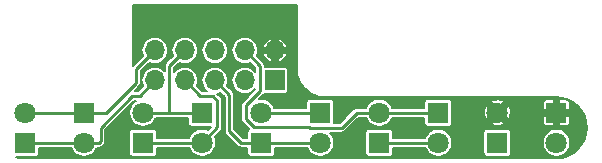
<source format=gtl>
G04 #@! TF.GenerationSoftware,KiCad,Pcbnew,(5.1.4)-1*
G04 #@! TF.CreationDate,2020-09-26T21:24:12-04:00*
G04 #@! TF.ProjectId,SOC Indicator Sub,534f4320-496e-4646-9963-61746f722053,rev?*
G04 #@! TF.SameCoordinates,Original*
G04 #@! TF.FileFunction,Copper,L1,Top*
G04 #@! TF.FilePolarity,Positive*
%FSLAX46Y46*%
G04 Gerber Fmt 4.6, Leading zero omitted, Abs format (unit mm)*
G04 Created by KiCad (PCBNEW (5.1.4)-1) date 2020-09-26 21:24:12*
%MOMM*%
%LPD*%
G04 APERTURE LIST*
%ADD10C,1.800000*%
%ADD11R,1.800000X1.800000*%
%ADD12O,1.700000X1.700000*%
%ADD13R,1.700000X1.700000*%
%ADD14C,0.254000*%
%ADD15C,0.152400*%
G04 APERTURE END LIST*
D10*
X100000000Y-98730000D03*
D11*
X100000000Y-101270000D03*
D10*
X105000000Y-101270000D03*
D11*
X105000000Y-98730000D03*
D10*
X110000000Y-98730000D03*
D11*
X110000000Y-101270000D03*
D10*
X115000000Y-101270000D03*
D11*
X115000000Y-98730000D03*
D10*
X120000000Y-98730000D03*
D11*
X120000000Y-101270000D03*
D10*
X125000000Y-101270000D03*
D11*
X125000000Y-98730000D03*
D10*
X130000000Y-98730000D03*
D11*
X130000000Y-101270000D03*
D10*
X135000000Y-101270000D03*
D11*
X135000000Y-98730000D03*
D10*
X140000000Y-98730000D03*
D11*
X140000000Y-101270000D03*
D10*
X145000000Y-101270000D03*
D11*
X145000000Y-98730000D03*
D12*
X111000000Y-93460000D03*
X111000000Y-96000000D03*
X113540000Y-93460000D03*
X113540000Y-96000000D03*
X116080000Y-93460000D03*
X116080000Y-96000000D03*
X118620000Y-93460000D03*
X118620000Y-96000000D03*
X121160000Y-93460000D03*
D13*
X121160000Y-96000000D03*
D14*
X131154000Y-101270000D02*
X135000000Y-101270000D01*
X130000000Y-101270000D02*
X131154000Y-101270000D01*
X130000000Y-98730000D02*
X135000000Y-98730000D01*
X130000000Y-98730000D02*
X128070000Y-98730000D01*
X128070000Y-98730000D02*
X126800000Y-100000000D01*
X126800000Y-100000000D02*
X124100000Y-100000000D01*
X124060201Y-99960201D02*
X119360201Y-99960201D01*
X124100000Y-100000000D02*
X124060201Y-99960201D01*
X119360201Y-99960201D02*
X118700000Y-99300000D01*
X118700000Y-99300000D02*
X118700000Y-98100000D01*
X118700000Y-98100000D02*
X119900000Y-96900000D01*
X119900000Y-94740000D02*
X118620000Y-93460000D01*
X119900000Y-96900000D02*
X119900000Y-94740000D01*
X121154000Y-101270000D02*
X125000000Y-101270000D01*
X120000000Y-101270000D02*
X121154000Y-101270000D01*
X117300000Y-97220000D02*
X116080000Y-96000000D01*
X117300000Y-100300000D02*
X117300000Y-97220000D01*
X120000000Y-101270000D02*
X118270000Y-101270000D01*
X118270000Y-101270000D02*
X117300000Y-100300000D01*
X120000000Y-98730000D02*
X125000000Y-98730000D01*
X111154000Y-101270000D02*
X115000000Y-101270000D01*
X110000000Y-101270000D02*
X111154000Y-101270000D01*
X115000000Y-101270000D02*
X116300000Y-99970000D01*
X116300000Y-99970000D02*
X116300000Y-97700000D01*
X116300000Y-97700000D02*
X115900000Y-97300000D01*
X114840000Y-97300000D02*
X113540000Y-96000000D01*
X115900000Y-97300000D02*
X114840000Y-97300000D01*
X112230000Y-94770000D02*
X113540000Y-93460000D01*
X112230000Y-98730000D02*
X112230000Y-94770000D01*
X112230000Y-98730000D02*
X115000000Y-98730000D01*
X110000000Y-98730000D02*
X112230000Y-98730000D01*
X100000000Y-101270000D02*
X105000000Y-101270000D01*
X106272792Y-101270000D02*
X106400000Y-101142792D01*
X105000000Y-101270000D02*
X106272792Y-101270000D01*
X106400000Y-101142792D02*
X106400000Y-100000000D01*
X106400000Y-100000000D02*
X109100000Y-97300000D01*
X109700000Y-97300000D02*
X111000000Y-96000000D01*
X109100000Y-97300000D02*
X109700000Y-97300000D01*
X100000000Y-98730000D02*
X105000000Y-98730000D01*
X105000000Y-98730000D02*
X106870000Y-98730000D01*
X106870000Y-98730000D02*
X109400000Y-96200000D01*
X109400000Y-95060000D02*
X111000000Y-93460000D01*
X109400000Y-96200000D02*
X109400000Y-95060000D01*
D15*
G36*
X122945321Y-89572614D02*
G01*
X122960062Y-89577065D01*
X122973653Y-89584291D01*
X122985587Y-89594024D01*
X122995400Y-89605886D01*
X123002724Y-89619431D01*
X123007277Y-89634138D01*
X123010899Y-89668601D01*
X123010898Y-95020580D01*
X123012759Y-95039474D01*
X123012672Y-95051948D01*
X123013243Y-95057772D01*
X123054044Y-95445965D01*
X123061672Y-95483127D01*
X123068799Y-95520486D01*
X123070491Y-95526088D01*
X123185915Y-95898963D01*
X123200619Y-95933941D01*
X123214864Y-95969199D01*
X123217611Y-95974366D01*
X123403262Y-96317721D01*
X123424499Y-96349206D01*
X123445303Y-96380997D01*
X123449001Y-96385532D01*
X123697808Y-96686287D01*
X123724752Y-96713044D01*
X123751337Y-96740191D01*
X123755846Y-96743921D01*
X124058331Y-96990622D01*
X124089936Y-97011620D01*
X124121311Y-97033103D01*
X124126459Y-97035886D01*
X124471101Y-97219136D01*
X124506193Y-97233600D01*
X124541134Y-97248575D01*
X124546724Y-97250306D01*
X124920396Y-97363124D01*
X124957680Y-97370506D01*
X124994812Y-97378399D01*
X125000632Y-97379011D01*
X125389101Y-97417101D01*
X125389112Y-97417101D01*
X125409418Y-97419101D01*
X144979508Y-97419101D01*
X145500909Y-97470224D01*
X145982735Y-97615697D01*
X145984983Y-97616893D01*
X145944813Y-97604708D01*
X145900000Y-97600294D01*
X145298450Y-97601400D01*
X145241300Y-97658550D01*
X145241300Y-98488700D01*
X146071450Y-98488700D01*
X146128600Y-98431550D01*
X146129706Y-97830000D01*
X146125292Y-97785187D01*
X146112221Y-97742095D01*
X146090994Y-97702382D01*
X146062427Y-97667573D01*
X146029542Y-97640585D01*
X146427137Y-97851990D01*
X146817169Y-98170091D01*
X147137994Y-98557902D01*
X147377381Y-99000638D01*
X147526216Y-99481442D01*
X147578826Y-99981995D01*
X147533209Y-100483235D01*
X147391103Y-100966068D01*
X147157920Y-101412107D01*
X146842545Y-101804355D01*
X146456987Y-102127876D01*
X146015931Y-102370350D01*
X145536181Y-102522535D01*
X145017001Y-102580771D01*
X144998511Y-102580900D01*
X100020509Y-102580900D01*
X99499092Y-102529775D01*
X99237352Y-102450751D01*
X100900000Y-102450751D01*
X100954772Y-102445356D01*
X101007439Y-102429380D01*
X101055977Y-102403436D01*
X101098521Y-102368521D01*
X101133436Y-102325977D01*
X101159380Y-102277439D01*
X101175356Y-102224772D01*
X101180751Y-102170000D01*
X101180751Y-101676400D01*
X103891762Y-101676400D01*
X103954829Y-101828656D01*
X104083900Y-102021824D01*
X104248176Y-102186100D01*
X104441344Y-102315171D01*
X104655982Y-102404077D01*
X104883839Y-102449400D01*
X105116161Y-102449400D01*
X105344018Y-102404077D01*
X105558656Y-102315171D01*
X105751824Y-102186100D01*
X105916100Y-102021824D01*
X106045171Y-101828656D01*
X106108238Y-101676400D01*
X106252839Y-101676400D01*
X106272792Y-101678365D01*
X106292745Y-101676400D01*
X106292752Y-101676400D01*
X106352460Y-101670519D01*
X106429067Y-101647281D01*
X106499668Y-101609544D01*
X106561550Y-101558758D01*
X106574275Y-101543253D01*
X106673251Y-101444277D01*
X106688758Y-101431550D01*
X106739544Y-101369668D01*
X106777281Y-101299067D01*
X106800519Y-101222460D01*
X106806400Y-101162752D01*
X106806400Y-101162746D01*
X106808365Y-101142793D01*
X106806400Y-101122840D01*
X106806400Y-100168336D01*
X109268337Y-97706400D01*
X109409061Y-97706400D01*
X109248176Y-97813900D01*
X109083900Y-97978176D01*
X108954829Y-98171344D01*
X108865923Y-98385982D01*
X108820600Y-98613839D01*
X108820600Y-98846161D01*
X108865923Y-99074018D01*
X108954829Y-99288656D01*
X109083900Y-99481824D01*
X109248176Y-99646100D01*
X109441344Y-99775171D01*
X109655982Y-99864077D01*
X109883839Y-99909400D01*
X110116161Y-99909400D01*
X110344018Y-99864077D01*
X110558656Y-99775171D01*
X110751824Y-99646100D01*
X110916100Y-99481824D01*
X111045171Y-99288656D01*
X111108238Y-99136400D01*
X112210040Y-99136400D01*
X112230000Y-99138366D01*
X112249960Y-99136400D01*
X113819249Y-99136400D01*
X113819249Y-99630000D01*
X113824644Y-99684772D01*
X113840620Y-99737439D01*
X113866564Y-99785977D01*
X113901479Y-99828521D01*
X113944023Y-99863436D01*
X113992561Y-99889380D01*
X114045228Y-99905356D01*
X114100000Y-99910751D01*
X115784512Y-99910751D01*
X115496274Y-100198989D01*
X115344018Y-100135923D01*
X115116161Y-100090600D01*
X114883839Y-100090600D01*
X114655982Y-100135923D01*
X114441344Y-100224829D01*
X114248176Y-100353900D01*
X114083900Y-100518176D01*
X113954829Y-100711344D01*
X113891762Y-100863600D01*
X111180751Y-100863600D01*
X111180751Y-100370000D01*
X111175356Y-100315228D01*
X111159380Y-100262561D01*
X111133436Y-100214023D01*
X111098521Y-100171479D01*
X111055977Y-100136564D01*
X111007439Y-100110620D01*
X110954772Y-100094644D01*
X110900000Y-100089249D01*
X109100000Y-100089249D01*
X109045228Y-100094644D01*
X108992561Y-100110620D01*
X108944023Y-100136564D01*
X108901479Y-100171479D01*
X108866564Y-100214023D01*
X108840620Y-100262561D01*
X108824644Y-100315228D01*
X108819249Y-100370000D01*
X108819249Y-102170000D01*
X108824644Y-102224772D01*
X108840620Y-102277439D01*
X108866564Y-102325977D01*
X108901479Y-102368521D01*
X108944023Y-102403436D01*
X108992561Y-102429380D01*
X109045228Y-102445356D01*
X109100000Y-102450751D01*
X110900000Y-102450751D01*
X110954772Y-102445356D01*
X111007439Y-102429380D01*
X111055977Y-102403436D01*
X111098521Y-102368521D01*
X111133436Y-102325977D01*
X111159380Y-102277439D01*
X111175356Y-102224772D01*
X111180751Y-102170000D01*
X111180751Y-101676400D01*
X113891762Y-101676400D01*
X113954829Y-101828656D01*
X114083900Y-102021824D01*
X114248176Y-102186100D01*
X114441344Y-102315171D01*
X114655982Y-102404077D01*
X114883839Y-102449400D01*
X115116161Y-102449400D01*
X115344018Y-102404077D01*
X115558656Y-102315171D01*
X115751824Y-102186100D01*
X115916100Y-102021824D01*
X116045171Y-101828656D01*
X116134077Y-101614018D01*
X116179400Y-101386161D01*
X116179400Y-101153839D01*
X116134077Y-100925982D01*
X116071011Y-100773726D01*
X116573261Y-100271476D01*
X116588758Y-100258758D01*
X116601477Y-100243260D01*
X116601482Y-100243255D01*
X116620337Y-100220279D01*
X116639544Y-100196876D01*
X116677281Y-100126275D01*
X116682030Y-100110620D01*
X116700519Y-100049669D01*
X116703159Y-100022862D01*
X116706400Y-99989960D01*
X116706400Y-99989953D01*
X116708365Y-99970000D01*
X116706400Y-99950047D01*
X116706400Y-97719952D01*
X116708365Y-97699999D01*
X116706400Y-97680046D01*
X116706400Y-97680040D01*
X116700749Y-97622671D01*
X116700519Y-97620331D01*
X116688273Y-97579962D01*
X116677281Y-97543725D01*
X116639544Y-97473124D01*
X116588758Y-97411242D01*
X116573254Y-97398518D01*
X116289014Y-97114278D01*
X116301401Y-97113058D01*
X116514294Y-97048478D01*
X116540001Y-97034737D01*
X116893601Y-97388338D01*
X116893600Y-100280047D01*
X116891635Y-100300000D01*
X116893600Y-100319953D01*
X116893600Y-100319959D01*
X116899481Y-100379667D01*
X116922719Y-100456274D01*
X116960456Y-100526875D01*
X117011242Y-100588758D01*
X117026746Y-100601482D01*
X117968518Y-101543254D01*
X117981242Y-101558758D01*
X118043124Y-101609544D01*
X118113725Y-101647281D01*
X118172502Y-101665110D01*
X118190331Y-101670519D01*
X118198335Y-101671307D01*
X118250040Y-101676400D01*
X118250046Y-101676400D01*
X118269999Y-101678365D01*
X118289952Y-101676400D01*
X118819249Y-101676400D01*
X118819249Y-102170000D01*
X118824644Y-102224772D01*
X118840620Y-102277439D01*
X118866564Y-102325977D01*
X118901479Y-102368521D01*
X118944023Y-102403436D01*
X118992561Y-102429380D01*
X119045228Y-102445356D01*
X119100000Y-102450751D01*
X120900000Y-102450751D01*
X120954772Y-102445356D01*
X121007439Y-102429380D01*
X121055977Y-102403436D01*
X121098521Y-102368521D01*
X121133436Y-102325977D01*
X121159380Y-102277439D01*
X121175356Y-102224772D01*
X121180751Y-102170000D01*
X121180751Y-101676400D01*
X123891762Y-101676400D01*
X123954829Y-101828656D01*
X124083900Y-102021824D01*
X124248176Y-102186100D01*
X124441344Y-102315171D01*
X124655982Y-102404077D01*
X124883839Y-102449400D01*
X125116161Y-102449400D01*
X125344018Y-102404077D01*
X125558656Y-102315171D01*
X125751824Y-102186100D01*
X125916100Y-102021824D01*
X126045171Y-101828656D01*
X126134077Y-101614018D01*
X126179400Y-101386161D01*
X126179400Y-101153839D01*
X126134077Y-100925982D01*
X126045171Y-100711344D01*
X125916100Y-100518176D01*
X125804324Y-100406400D01*
X126780047Y-100406400D01*
X126800000Y-100408365D01*
X126819953Y-100406400D01*
X126819960Y-100406400D01*
X126879668Y-100400519D01*
X126956275Y-100377281D01*
X126969896Y-100370000D01*
X128819249Y-100370000D01*
X128819249Y-102170000D01*
X128824644Y-102224772D01*
X128840620Y-102277439D01*
X128866564Y-102325977D01*
X128901479Y-102368521D01*
X128944023Y-102403436D01*
X128992561Y-102429380D01*
X129045228Y-102445356D01*
X129100000Y-102450751D01*
X130900000Y-102450751D01*
X130954772Y-102445356D01*
X131007439Y-102429380D01*
X131055977Y-102403436D01*
X131098521Y-102368521D01*
X131133436Y-102325977D01*
X131159380Y-102277439D01*
X131175356Y-102224772D01*
X131180751Y-102170000D01*
X131180751Y-101676400D01*
X133891762Y-101676400D01*
X133954829Y-101828656D01*
X134083900Y-102021824D01*
X134248176Y-102186100D01*
X134441344Y-102315171D01*
X134655982Y-102404077D01*
X134883839Y-102449400D01*
X135116161Y-102449400D01*
X135344018Y-102404077D01*
X135558656Y-102315171D01*
X135751824Y-102186100D01*
X135916100Y-102021824D01*
X136045171Y-101828656D01*
X136134077Y-101614018D01*
X136179400Y-101386161D01*
X136179400Y-101153839D01*
X136134077Y-100925982D01*
X136045171Y-100711344D01*
X135916100Y-100518176D01*
X135767924Y-100370000D01*
X138819249Y-100370000D01*
X138819249Y-102170000D01*
X138824644Y-102224772D01*
X138840620Y-102277439D01*
X138866564Y-102325977D01*
X138901479Y-102368521D01*
X138944023Y-102403436D01*
X138992561Y-102429380D01*
X139045228Y-102445356D01*
X139100000Y-102450751D01*
X140900000Y-102450751D01*
X140954772Y-102445356D01*
X141007439Y-102429380D01*
X141055977Y-102403436D01*
X141098521Y-102368521D01*
X141133436Y-102325977D01*
X141159380Y-102277439D01*
X141175356Y-102224772D01*
X141180751Y-102170000D01*
X141180751Y-101153839D01*
X143820600Y-101153839D01*
X143820600Y-101386161D01*
X143865923Y-101614018D01*
X143954829Y-101828656D01*
X144083900Y-102021824D01*
X144248176Y-102186100D01*
X144441344Y-102315171D01*
X144655982Y-102404077D01*
X144883839Y-102449400D01*
X145116161Y-102449400D01*
X145344018Y-102404077D01*
X145558656Y-102315171D01*
X145751824Y-102186100D01*
X145916100Y-102021824D01*
X146045171Y-101828656D01*
X146134077Y-101614018D01*
X146179400Y-101386161D01*
X146179400Y-101153839D01*
X146134077Y-100925982D01*
X146045171Y-100711344D01*
X145916100Y-100518176D01*
X145751824Y-100353900D01*
X145558656Y-100224829D01*
X145344018Y-100135923D01*
X145116161Y-100090600D01*
X144883839Y-100090600D01*
X144655982Y-100135923D01*
X144441344Y-100224829D01*
X144248176Y-100353900D01*
X144083900Y-100518176D01*
X143954829Y-100711344D01*
X143865923Y-100925982D01*
X143820600Y-101153839D01*
X141180751Y-101153839D01*
X141180751Y-100370000D01*
X141175356Y-100315228D01*
X141159380Y-100262561D01*
X141133436Y-100214023D01*
X141098521Y-100171479D01*
X141055977Y-100136564D01*
X141007439Y-100110620D01*
X140954772Y-100094644D01*
X140900000Y-100089249D01*
X139100000Y-100089249D01*
X139045228Y-100094644D01*
X138992561Y-100110620D01*
X138944023Y-100136564D01*
X138901479Y-100171479D01*
X138866564Y-100214023D01*
X138840620Y-100262561D01*
X138824644Y-100315228D01*
X138819249Y-100370000D01*
X135767924Y-100370000D01*
X135751824Y-100353900D01*
X135558656Y-100224829D01*
X135344018Y-100135923D01*
X135116161Y-100090600D01*
X134883839Y-100090600D01*
X134655982Y-100135923D01*
X134441344Y-100224829D01*
X134248176Y-100353900D01*
X134083900Y-100518176D01*
X133954829Y-100711344D01*
X133891762Y-100863600D01*
X131180751Y-100863600D01*
X131180751Y-100370000D01*
X131175356Y-100315228D01*
X131159380Y-100262561D01*
X131133436Y-100214023D01*
X131098521Y-100171479D01*
X131055977Y-100136564D01*
X131007439Y-100110620D01*
X130954772Y-100094644D01*
X130900000Y-100089249D01*
X129100000Y-100089249D01*
X129045228Y-100094644D01*
X128992561Y-100110620D01*
X128944023Y-100136564D01*
X128901479Y-100171479D01*
X128866564Y-100214023D01*
X128840620Y-100262561D01*
X128824644Y-100315228D01*
X128819249Y-100370000D01*
X126969896Y-100370000D01*
X127026876Y-100339544D01*
X127088758Y-100288758D01*
X127101482Y-100273254D01*
X128238336Y-99136400D01*
X128891762Y-99136400D01*
X128954829Y-99288656D01*
X129083900Y-99481824D01*
X129248176Y-99646100D01*
X129441344Y-99775171D01*
X129655982Y-99864077D01*
X129883839Y-99909400D01*
X130116161Y-99909400D01*
X130344018Y-99864077D01*
X130558656Y-99775171D01*
X130751824Y-99646100D01*
X130916100Y-99481824D01*
X131045171Y-99288656D01*
X131108238Y-99136400D01*
X133819249Y-99136400D01*
X133819249Y-99630000D01*
X133824644Y-99684772D01*
X133840620Y-99737439D01*
X133866564Y-99785977D01*
X133901479Y-99828521D01*
X133944023Y-99863436D01*
X133992561Y-99889380D01*
X134045228Y-99905356D01*
X134100000Y-99910751D01*
X135900000Y-99910751D01*
X135954772Y-99905356D01*
X136007439Y-99889380D01*
X136055977Y-99863436D01*
X136098521Y-99828521D01*
X136133436Y-99785977D01*
X136159380Y-99737439D01*
X136175356Y-99684772D01*
X136179494Y-99642754D01*
X139428496Y-99642754D01*
X139543896Y-99768298D01*
X139755222Y-99837329D01*
X139975953Y-99863805D01*
X140197609Y-99846711D01*
X140411672Y-99786702D01*
X140456104Y-99768298D01*
X140571504Y-99642754D01*
X140558750Y-99630000D01*
X143870294Y-99630000D01*
X143874708Y-99674813D01*
X143887779Y-99717905D01*
X143909006Y-99757618D01*
X143937573Y-99792427D01*
X143972382Y-99820994D01*
X144012095Y-99842221D01*
X144055187Y-99855292D01*
X144100000Y-99859706D01*
X144701550Y-99858600D01*
X144758700Y-99801450D01*
X144758700Y-98971300D01*
X145241300Y-98971300D01*
X145241300Y-99801450D01*
X145298450Y-99858600D01*
X145900000Y-99859706D01*
X145944813Y-99855292D01*
X145987905Y-99842221D01*
X146027618Y-99820994D01*
X146062427Y-99792427D01*
X146090994Y-99757618D01*
X146112221Y-99717905D01*
X146125292Y-99674813D01*
X146129706Y-99630000D01*
X146128600Y-99028450D01*
X146071450Y-98971300D01*
X145241300Y-98971300D01*
X144758700Y-98971300D01*
X143928550Y-98971300D01*
X143871400Y-99028450D01*
X143870294Y-99630000D01*
X140558750Y-99630000D01*
X140000000Y-99071250D01*
X139428496Y-99642754D01*
X136179494Y-99642754D01*
X136180751Y-99630000D01*
X136180751Y-98705953D01*
X138866195Y-98705953D01*
X138883289Y-98927609D01*
X138943298Y-99141672D01*
X138961702Y-99186104D01*
X139087246Y-99301504D01*
X139658750Y-98730000D01*
X140341250Y-98730000D01*
X140912754Y-99301504D01*
X141038298Y-99186104D01*
X141107329Y-98974778D01*
X141133805Y-98754047D01*
X141116711Y-98532391D01*
X141056702Y-98318328D01*
X141038298Y-98273896D01*
X140912754Y-98158496D01*
X140341250Y-98730000D01*
X139658750Y-98730000D01*
X139087246Y-98158496D01*
X138961702Y-98273896D01*
X138892671Y-98485222D01*
X138866195Y-98705953D01*
X136180751Y-98705953D01*
X136180751Y-97830000D01*
X136179495Y-97817246D01*
X139428496Y-97817246D01*
X140000000Y-98388750D01*
X140558750Y-97830000D01*
X143870294Y-97830000D01*
X143871400Y-98431550D01*
X143928550Y-98488700D01*
X144758700Y-98488700D01*
X144758700Y-97658550D01*
X144701550Y-97601400D01*
X144100000Y-97600294D01*
X144055187Y-97604708D01*
X144012095Y-97617779D01*
X143972382Y-97639006D01*
X143937573Y-97667573D01*
X143909006Y-97702382D01*
X143887779Y-97742095D01*
X143874708Y-97785187D01*
X143870294Y-97830000D01*
X140558750Y-97830000D01*
X140571504Y-97817246D01*
X140456104Y-97691702D01*
X140244778Y-97622671D01*
X140024047Y-97596195D01*
X139802391Y-97613289D01*
X139588328Y-97673298D01*
X139543896Y-97691702D01*
X139428496Y-97817246D01*
X136179495Y-97817246D01*
X136175356Y-97775228D01*
X136159380Y-97722561D01*
X136133436Y-97674023D01*
X136098521Y-97631479D01*
X136055977Y-97596564D01*
X136007439Y-97570620D01*
X135954772Y-97554644D01*
X135900000Y-97549249D01*
X134100000Y-97549249D01*
X134045228Y-97554644D01*
X133992561Y-97570620D01*
X133944023Y-97596564D01*
X133901479Y-97631479D01*
X133866564Y-97674023D01*
X133840620Y-97722561D01*
X133824644Y-97775228D01*
X133819249Y-97830000D01*
X133819249Y-98323600D01*
X131108238Y-98323600D01*
X131045171Y-98171344D01*
X130916100Y-97978176D01*
X130751824Y-97813900D01*
X130558656Y-97684829D01*
X130344018Y-97595923D01*
X130116161Y-97550600D01*
X129883839Y-97550600D01*
X129655982Y-97595923D01*
X129441344Y-97684829D01*
X129248176Y-97813900D01*
X129083900Y-97978176D01*
X128954829Y-98171344D01*
X128891762Y-98323600D01*
X128089952Y-98323600D01*
X128069999Y-98321635D01*
X128050046Y-98323600D01*
X128050040Y-98323600D01*
X127998335Y-98328693D01*
X127990331Y-98329481D01*
X127972502Y-98334890D01*
X127913725Y-98352719D01*
X127843124Y-98390456D01*
X127781242Y-98441242D01*
X127768518Y-98456746D01*
X126631664Y-99593600D01*
X126180751Y-99593600D01*
X126180751Y-97830000D01*
X126175356Y-97775228D01*
X126159380Y-97722561D01*
X126133436Y-97674023D01*
X126098521Y-97631479D01*
X126055977Y-97596564D01*
X126007439Y-97570620D01*
X125954772Y-97554644D01*
X125900000Y-97549249D01*
X124100000Y-97549249D01*
X124045228Y-97554644D01*
X123992561Y-97570620D01*
X123944023Y-97596564D01*
X123901479Y-97631479D01*
X123866564Y-97674023D01*
X123840620Y-97722561D01*
X123824644Y-97775228D01*
X123819249Y-97830000D01*
X123819249Y-98323600D01*
X121108238Y-98323600D01*
X121045171Y-98171344D01*
X120916100Y-97978176D01*
X120751824Y-97813900D01*
X120558656Y-97684829D01*
X120344018Y-97595923D01*
X120116161Y-97550600D01*
X119883839Y-97550600D01*
X119809312Y-97565424D01*
X120173255Y-97201481D01*
X120188758Y-97188758D01*
X120239544Y-97126876D01*
X120242431Y-97121474D01*
X120255228Y-97125356D01*
X120310000Y-97130751D01*
X122010000Y-97130751D01*
X122064772Y-97125356D01*
X122117439Y-97109380D01*
X122165977Y-97083436D01*
X122208521Y-97048521D01*
X122243436Y-97005977D01*
X122269380Y-96957439D01*
X122285356Y-96904772D01*
X122290751Y-96850000D01*
X122290751Y-95150000D01*
X122285356Y-95095228D01*
X122269380Y-95042561D01*
X122243436Y-94994023D01*
X122208521Y-94951479D01*
X122165977Y-94916564D01*
X122117439Y-94890620D01*
X122064772Y-94874644D01*
X122010000Y-94869249D01*
X120310000Y-94869249D01*
X120306400Y-94869604D01*
X120306400Y-94759952D01*
X120308365Y-94739999D01*
X120306400Y-94720046D01*
X120306400Y-94720040D01*
X120300519Y-94660332D01*
X120277281Y-94583725D01*
X120239544Y-94513124D01*
X120188758Y-94451242D01*
X120173254Y-94438518D01*
X119654737Y-93920001D01*
X119668478Y-93894294D01*
X119678036Y-93862785D01*
X120159416Y-93862785D01*
X120257221Y-94050250D01*
X120389720Y-94215032D01*
X120551820Y-94350798D01*
X120737292Y-94452332D01*
X120757217Y-94460572D01*
X120918700Y-94452539D01*
X120918700Y-93701300D01*
X121401300Y-93701300D01*
X121401300Y-94452539D01*
X121562783Y-94460572D01*
X121582708Y-94452332D01*
X121768180Y-94350798D01*
X121930280Y-94215032D01*
X122062779Y-94050250D01*
X122160584Y-93862785D01*
X122154125Y-93701300D01*
X121401300Y-93701300D01*
X120918700Y-93701300D01*
X120165875Y-93701300D01*
X120159416Y-93862785D01*
X119678036Y-93862785D01*
X119733058Y-93681401D01*
X119754864Y-93460000D01*
X119733058Y-93238599D01*
X119678037Y-93057215D01*
X120159416Y-93057215D01*
X120165875Y-93218700D01*
X120918700Y-93218700D01*
X120918700Y-92467461D01*
X121401300Y-92467461D01*
X121401300Y-93218700D01*
X122154125Y-93218700D01*
X122160584Y-93057215D01*
X122062779Y-92869750D01*
X121930280Y-92704968D01*
X121768180Y-92569202D01*
X121582708Y-92467668D01*
X121562783Y-92459428D01*
X121401300Y-92467461D01*
X120918700Y-92467461D01*
X120757217Y-92459428D01*
X120737292Y-92467668D01*
X120551820Y-92569202D01*
X120389720Y-92704968D01*
X120257221Y-92869750D01*
X120159416Y-93057215D01*
X119678037Y-93057215D01*
X119668478Y-93025706D01*
X119563605Y-92829503D01*
X119422470Y-92657530D01*
X119250497Y-92516395D01*
X119054294Y-92411522D01*
X118841401Y-92346942D01*
X118675477Y-92330600D01*
X118564523Y-92330600D01*
X118398599Y-92346942D01*
X118185706Y-92411522D01*
X117989503Y-92516395D01*
X117817530Y-92657530D01*
X117676395Y-92829503D01*
X117571522Y-93025706D01*
X117506942Y-93238599D01*
X117485136Y-93460000D01*
X117506942Y-93681401D01*
X117571522Y-93894294D01*
X117676395Y-94090497D01*
X117817530Y-94262470D01*
X117989503Y-94403605D01*
X118185706Y-94508478D01*
X118398599Y-94573058D01*
X118564523Y-94589400D01*
X118675477Y-94589400D01*
X118841401Y-94573058D01*
X119054294Y-94508478D01*
X119080001Y-94494737D01*
X119493601Y-94908337D01*
X119493601Y-95284203D01*
X119422470Y-95197530D01*
X119250497Y-95056395D01*
X119054294Y-94951522D01*
X118841401Y-94886942D01*
X118675477Y-94870600D01*
X118564523Y-94870600D01*
X118398599Y-94886942D01*
X118185706Y-94951522D01*
X117989503Y-95056395D01*
X117817530Y-95197530D01*
X117676395Y-95369503D01*
X117571522Y-95565706D01*
X117506942Y-95778599D01*
X117485136Y-96000000D01*
X117506942Y-96221401D01*
X117571522Y-96434294D01*
X117676395Y-96630497D01*
X117817530Y-96802470D01*
X117989503Y-96943605D01*
X118185706Y-97048478D01*
X118398599Y-97113058D01*
X118564523Y-97129400D01*
X118675477Y-97129400D01*
X118841401Y-97113058D01*
X119054294Y-97048478D01*
X119250497Y-96943605D01*
X119422470Y-96802470D01*
X119493600Y-96715798D01*
X119493600Y-96731664D01*
X118426741Y-97798523D01*
X118411243Y-97811242D01*
X118398524Y-97826740D01*
X118398518Y-97826746D01*
X118382955Y-97845710D01*
X118360457Y-97873124D01*
X118343248Y-97905320D01*
X118322719Y-97943726D01*
X118299481Y-98020332D01*
X118291635Y-98100000D01*
X118293601Y-98119962D01*
X118293600Y-99280047D01*
X118291635Y-99300000D01*
X118293600Y-99319953D01*
X118293600Y-99319959D01*
X118299481Y-99379667D01*
X118322719Y-99456274D01*
X118360456Y-99526875D01*
X118411242Y-99588758D01*
X118426746Y-99601482D01*
X118955626Y-100130362D01*
X118944023Y-100136564D01*
X118901479Y-100171479D01*
X118866564Y-100214023D01*
X118840620Y-100262561D01*
X118824644Y-100315228D01*
X118819249Y-100370000D01*
X118819249Y-100863600D01*
X118438336Y-100863600D01*
X117706400Y-100131664D01*
X117706400Y-97239953D01*
X117708365Y-97220000D01*
X117706400Y-97200047D01*
X117706400Y-97200040D01*
X117700519Y-97140332D01*
X117677281Y-97063725D01*
X117639544Y-96993124D01*
X117616348Y-96964860D01*
X117601482Y-96946745D01*
X117601477Y-96946740D01*
X117588758Y-96931242D01*
X117573259Y-96918523D01*
X117114737Y-96460001D01*
X117128478Y-96434294D01*
X117193058Y-96221401D01*
X117214864Y-96000000D01*
X117193058Y-95778599D01*
X117128478Y-95565706D01*
X117023605Y-95369503D01*
X116882470Y-95197530D01*
X116710497Y-95056395D01*
X116514294Y-94951522D01*
X116301401Y-94886942D01*
X116135477Y-94870600D01*
X116024523Y-94870600D01*
X115858599Y-94886942D01*
X115645706Y-94951522D01*
X115449503Y-95056395D01*
X115277530Y-95197530D01*
X115136395Y-95369503D01*
X115031522Y-95565706D01*
X114966942Y-95778599D01*
X114945136Y-96000000D01*
X114966942Y-96221401D01*
X115031522Y-96434294D01*
X115136395Y-96630497D01*
X115277530Y-96802470D01*
X115388572Y-96893600D01*
X115008337Y-96893600D01*
X114574737Y-96460001D01*
X114588478Y-96434294D01*
X114653058Y-96221401D01*
X114674864Y-96000000D01*
X114653058Y-95778599D01*
X114588478Y-95565706D01*
X114483605Y-95369503D01*
X114342470Y-95197530D01*
X114170497Y-95056395D01*
X113974294Y-94951522D01*
X113761401Y-94886942D01*
X113595477Y-94870600D01*
X113484523Y-94870600D01*
X113318599Y-94886942D01*
X113105706Y-94951522D01*
X112909503Y-95056395D01*
X112737530Y-95197530D01*
X112636400Y-95320757D01*
X112636400Y-94938336D01*
X113079999Y-94494737D01*
X113105706Y-94508478D01*
X113318599Y-94573058D01*
X113484523Y-94589400D01*
X113595477Y-94589400D01*
X113761401Y-94573058D01*
X113974294Y-94508478D01*
X114170497Y-94403605D01*
X114342470Y-94262470D01*
X114483605Y-94090497D01*
X114588478Y-93894294D01*
X114653058Y-93681401D01*
X114674864Y-93460000D01*
X114945136Y-93460000D01*
X114966942Y-93681401D01*
X115031522Y-93894294D01*
X115136395Y-94090497D01*
X115277530Y-94262470D01*
X115449503Y-94403605D01*
X115645706Y-94508478D01*
X115858599Y-94573058D01*
X116024523Y-94589400D01*
X116135477Y-94589400D01*
X116301401Y-94573058D01*
X116514294Y-94508478D01*
X116710497Y-94403605D01*
X116882470Y-94262470D01*
X117023605Y-94090497D01*
X117128478Y-93894294D01*
X117193058Y-93681401D01*
X117214864Y-93460000D01*
X117193058Y-93238599D01*
X117128478Y-93025706D01*
X117023605Y-92829503D01*
X116882470Y-92657530D01*
X116710497Y-92516395D01*
X116514294Y-92411522D01*
X116301401Y-92346942D01*
X116135477Y-92330600D01*
X116024523Y-92330600D01*
X115858599Y-92346942D01*
X115645706Y-92411522D01*
X115449503Y-92516395D01*
X115277530Y-92657530D01*
X115136395Y-92829503D01*
X115031522Y-93025706D01*
X114966942Y-93238599D01*
X114945136Y-93460000D01*
X114674864Y-93460000D01*
X114653058Y-93238599D01*
X114588478Y-93025706D01*
X114483605Y-92829503D01*
X114342470Y-92657530D01*
X114170497Y-92516395D01*
X113974294Y-92411522D01*
X113761401Y-92346942D01*
X113595477Y-92330600D01*
X113484523Y-92330600D01*
X113318599Y-92346942D01*
X113105706Y-92411522D01*
X112909503Y-92516395D01*
X112737530Y-92657530D01*
X112596395Y-92829503D01*
X112491522Y-93025706D01*
X112426942Y-93238599D01*
X112405136Y-93460000D01*
X112426942Y-93681401D01*
X112491522Y-93894294D01*
X112505263Y-93920001D01*
X111956741Y-94468523D01*
X111941243Y-94481242D01*
X111928524Y-94496740D01*
X111928518Y-94496746D01*
X111907549Y-94522298D01*
X111890457Y-94543124D01*
X111874457Y-94573058D01*
X111852719Y-94613726D01*
X111829481Y-94690332D01*
X111821635Y-94770000D01*
X111823601Y-94789963D01*
X111823601Y-95223278D01*
X111802470Y-95197530D01*
X111630497Y-95056395D01*
X111434294Y-94951522D01*
X111221401Y-94886942D01*
X111055477Y-94870600D01*
X110944523Y-94870600D01*
X110778599Y-94886942D01*
X110565706Y-94951522D01*
X110369503Y-95056395D01*
X110197530Y-95197530D01*
X110056395Y-95369503D01*
X109951522Y-95565706D01*
X109886942Y-95778599D01*
X109865136Y-96000000D01*
X109886942Y-96221401D01*
X109951522Y-96434294D01*
X109965263Y-96460001D01*
X109531664Y-96893600D01*
X109281136Y-96893600D01*
X109673255Y-96501481D01*
X109688758Y-96488758D01*
X109739544Y-96426876D01*
X109777281Y-96356275D01*
X109795804Y-96295211D01*
X109800519Y-96279669D01*
X109802681Y-96257719D01*
X109806400Y-96219960D01*
X109806400Y-96219954D01*
X109808365Y-96200001D01*
X109806400Y-96180048D01*
X109806400Y-95228336D01*
X110539999Y-94494737D01*
X110565706Y-94508478D01*
X110778599Y-94573058D01*
X110944523Y-94589400D01*
X111055477Y-94589400D01*
X111221401Y-94573058D01*
X111434294Y-94508478D01*
X111630497Y-94403605D01*
X111802470Y-94262470D01*
X111943605Y-94090497D01*
X112048478Y-93894294D01*
X112113058Y-93681401D01*
X112134864Y-93460000D01*
X112113058Y-93238599D01*
X112048478Y-93025706D01*
X111943605Y-92829503D01*
X111802470Y-92657530D01*
X111630497Y-92516395D01*
X111434294Y-92411522D01*
X111221401Y-92346942D01*
X111055477Y-92330600D01*
X110944523Y-92330600D01*
X110778599Y-92346942D01*
X110565706Y-92411522D01*
X110369503Y-92516395D01*
X110197530Y-92657530D01*
X110056395Y-92829503D01*
X109951522Y-93025706D01*
X109886942Y-93238599D01*
X109865136Y-93460000D01*
X109886942Y-93681401D01*
X109951522Y-93894294D01*
X109965263Y-93920001D01*
X109149099Y-94736165D01*
X109149099Y-89670498D01*
X109152611Y-89634678D01*
X109157062Y-89619936D01*
X109164288Y-89606345D01*
X109174019Y-89594415D01*
X109185886Y-89584597D01*
X109199431Y-89577273D01*
X109214135Y-89572722D01*
X109248585Y-89569101D01*
X122909491Y-89569101D01*
X122945321Y-89572614D01*
X122945321Y-89572614D01*
G37*
X122945321Y-89572614D02*
X122960062Y-89577065D01*
X122973653Y-89584291D01*
X122985587Y-89594024D01*
X122995400Y-89605886D01*
X123002724Y-89619431D01*
X123007277Y-89634138D01*
X123010899Y-89668601D01*
X123010898Y-95020580D01*
X123012759Y-95039474D01*
X123012672Y-95051948D01*
X123013243Y-95057772D01*
X123054044Y-95445965D01*
X123061672Y-95483127D01*
X123068799Y-95520486D01*
X123070491Y-95526088D01*
X123185915Y-95898963D01*
X123200619Y-95933941D01*
X123214864Y-95969199D01*
X123217611Y-95974366D01*
X123403262Y-96317721D01*
X123424499Y-96349206D01*
X123445303Y-96380997D01*
X123449001Y-96385532D01*
X123697808Y-96686287D01*
X123724752Y-96713044D01*
X123751337Y-96740191D01*
X123755846Y-96743921D01*
X124058331Y-96990622D01*
X124089936Y-97011620D01*
X124121311Y-97033103D01*
X124126459Y-97035886D01*
X124471101Y-97219136D01*
X124506193Y-97233600D01*
X124541134Y-97248575D01*
X124546724Y-97250306D01*
X124920396Y-97363124D01*
X124957680Y-97370506D01*
X124994812Y-97378399D01*
X125000632Y-97379011D01*
X125389101Y-97417101D01*
X125389112Y-97417101D01*
X125409418Y-97419101D01*
X144979508Y-97419101D01*
X145500909Y-97470224D01*
X145982735Y-97615697D01*
X145984983Y-97616893D01*
X145944813Y-97604708D01*
X145900000Y-97600294D01*
X145298450Y-97601400D01*
X145241300Y-97658550D01*
X145241300Y-98488700D01*
X146071450Y-98488700D01*
X146128600Y-98431550D01*
X146129706Y-97830000D01*
X146125292Y-97785187D01*
X146112221Y-97742095D01*
X146090994Y-97702382D01*
X146062427Y-97667573D01*
X146029542Y-97640585D01*
X146427137Y-97851990D01*
X146817169Y-98170091D01*
X147137994Y-98557902D01*
X147377381Y-99000638D01*
X147526216Y-99481442D01*
X147578826Y-99981995D01*
X147533209Y-100483235D01*
X147391103Y-100966068D01*
X147157920Y-101412107D01*
X146842545Y-101804355D01*
X146456987Y-102127876D01*
X146015931Y-102370350D01*
X145536181Y-102522535D01*
X145017001Y-102580771D01*
X144998511Y-102580900D01*
X100020509Y-102580900D01*
X99499092Y-102529775D01*
X99237352Y-102450751D01*
X100900000Y-102450751D01*
X100954772Y-102445356D01*
X101007439Y-102429380D01*
X101055977Y-102403436D01*
X101098521Y-102368521D01*
X101133436Y-102325977D01*
X101159380Y-102277439D01*
X101175356Y-102224772D01*
X101180751Y-102170000D01*
X101180751Y-101676400D01*
X103891762Y-101676400D01*
X103954829Y-101828656D01*
X104083900Y-102021824D01*
X104248176Y-102186100D01*
X104441344Y-102315171D01*
X104655982Y-102404077D01*
X104883839Y-102449400D01*
X105116161Y-102449400D01*
X105344018Y-102404077D01*
X105558656Y-102315171D01*
X105751824Y-102186100D01*
X105916100Y-102021824D01*
X106045171Y-101828656D01*
X106108238Y-101676400D01*
X106252839Y-101676400D01*
X106272792Y-101678365D01*
X106292745Y-101676400D01*
X106292752Y-101676400D01*
X106352460Y-101670519D01*
X106429067Y-101647281D01*
X106499668Y-101609544D01*
X106561550Y-101558758D01*
X106574275Y-101543253D01*
X106673251Y-101444277D01*
X106688758Y-101431550D01*
X106739544Y-101369668D01*
X106777281Y-101299067D01*
X106800519Y-101222460D01*
X106806400Y-101162752D01*
X106806400Y-101162746D01*
X106808365Y-101142793D01*
X106806400Y-101122840D01*
X106806400Y-100168336D01*
X109268337Y-97706400D01*
X109409061Y-97706400D01*
X109248176Y-97813900D01*
X109083900Y-97978176D01*
X108954829Y-98171344D01*
X108865923Y-98385982D01*
X108820600Y-98613839D01*
X108820600Y-98846161D01*
X108865923Y-99074018D01*
X108954829Y-99288656D01*
X109083900Y-99481824D01*
X109248176Y-99646100D01*
X109441344Y-99775171D01*
X109655982Y-99864077D01*
X109883839Y-99909400D01*
X110116161Y-99909400D01*
X110344018Y-99864077D01*
X110558656Y-99775171D01*
X110751824Y-99646100D01*
X110916100Y-99481824D01*
X111045171Y-99288656D01*
X111108238Y-99136400D01*
X112210040Y-99136400D01*
X112230000Y-99138366D01*
X112249960Y-99136400D01*
X113819249Y-99136400D01*
X113819249Y-99630000D01*
X113824644Y-99684772D01*
X113840620Y-99737439D01*
X113866564Y-99785977D01*
X113901479Y-99828521D01*
X113944023Y-99863436D01*
X113992561Y-99889380D01*
X114045228Y-99905356D01*
X114100000Y-99910751D01*
X115784512Y-99910751D01*
X115496274Y-100198989D01*
X115344018Y-100135923D01*
X115116161Y-100090600D01*
X114883839Y-100090600D01*
X114655982Y-100135923D01*
X114441344Y-100224829D01*
X114248176Y-100353900D01*
X114083900Y-100518176D01*
X113954829Y-100711344D01*
X113891762Y-100863600D01*
X111180751Y-100863600D01*
X111180751Y-100370000D01*
X111175356Y-100315228D01*
X111159380Y-100262561D01*
X111133436Y-100214023D01*
X111098521Y-100171479D01*
X111055977Y-100136564D01*
X111007439Y-100110620D01*
X110954772Y-100094644D01*
X110900000Y-100089249D01*
X109100000Y-100089249D01*
X109045228Y-100094644D01*
X108992561Y-100110620D01*
X108944023Y-100136564D01*
X108901479Y-100171479D01*
X108866564Y-100214023D01*
X108840620Y-100262561D01*
X108824644Y-100315228D01*
X108819249Y-100370000D01*
X108819249Y-102170000D01*
X108824644Y-102224772D01*
X108840620Y-102277439D01*
X108866564Y-102325977D01*
X108901479Y-102368521D01*
X108944023Y-102403436D01*
X108992561Y-102429380D01*
X109045228Y-102445356D01*
X109100000Y-102450751D01*
X110900000Y-102450751D01*
X110954772Y-102445356D01*
X111007439Y-102429380D01*
X111055977Y-102403436D01*
X111098521Y-102368521D01*
X111133436Y-102325977D01*
X111159380Y-102277439D01*
X111175356Y-102224772D01*
X111180751Y-102170000D01*
X111180751Y-101676400D01*
X113891762Y-101676400D01*
X113954829Y-101828656D01*
X114083900Y-102021824D01*
X114248176Y-102186100D01*
X114441344Y-102315171D01*
X114655982Y-102404077D01*
X114883839Y-102449400D01*
X115116161Y-102449400D01*
X115344018Y-102404077D01*
X115558656Y-102315171D01*
X115751824Y-102186100D01*
X115916100Y-102021824D01*
X116045171Y-101828656D01*
X116134077Y-101614018D01*
X116179400Y-101386161D01*
X116179400Y-101153839D01*
X116134077Y-100925982D01*
X116071011Y-100773726D01*
X116573261Y-100271476D01*
X116588758Y-100258758D01*
X116601477Y-100243260D01*
X116601482Y-100243255D01*
X116620337Y-100220279D01*
X116639544Y-100196876D01*
X116677281Y-100126275D01*
X116682030Y-100110620D01*
X116700519Y-100049669D01*
X116703159Y-100022862D01*
X116706400Y-99989960D01*
X116706400Y-99989953D01*
X116708365Y-99970000D01*
X116706400Y-99950047D01*
X116706400Y-97719952D01*
X116708365Y-97699999D01*
X116706400Y-97680046D01*
X116706400Y-97680040D01*
X116700749Y-97622671D01*
X116700519Y-97620331D01*
X116688273Y-97579962D01*
X116677281Y-97543725D01*
X116639544Y-97473124D01*
X116588758Y-97411242D01*
X116573254Y-97398518D01*
X116289014Y-97114278D01*
X116301401Y-97113058D01*
X116514294Y-97048478D01*
X116540001Y-97034737D01*
X116893601Y-97388338D01*
X116893600Y-100280047D01*
X116891635Y-100300000D01*
X116893600Y-100319953D01*
X116893600Y-100319959D01*
X116899481Y-100379667D01*
X116922719Y-100456274D01*
X116960456Y-100526875D01*
X117011242Y-100588758D01*
X117026746Y-100601482D01*
X117968518Y-101543254D01*
X117981242Y-101558758D01*
X118043124Y-101609544D01*
X118113725Y-101647281D01*
X118172502Y-101665110D01*
X118190331Y-101670519D01*
X118198335Y-101671307D01*
X118250040Y-101676400D01*
X118250046Y-101676400D01*
X118269999Y-101678365D01*
X118289952Y-101676400D01*
X118819249Y-101676400D01*
X118819249Y-102170000D01*
X118824644Y-102224772D01*
X118840620Y-102277439D01*
X118866564Y-102325977D01*
X118901479Y-102368521D01*
X118944023Y-102403436D01*
X118992561Y-102429380D01*
X119045228Y-102445356D01*
X119100000Y-102450751D01*
X120900000Y-102450751D01*
X120954772Y-102445356D01*
X121007439Y-102429380D01*
X121055977Y-102403436D01*
X121098521Y-102368521D01*
X121133436Y-102325977D01*
X121159380Y-102277439D01*
X121175356Y-102224772D01*
X121180751Y-102170000D01*
X121180751Y-101676400D01*
X123891762Y-101676400D01*
X123954829Y-101828656D01*
X124083900Y-102021824D01*
X124248176Y-102186100D01*
X124441344Y-102315171D01*
X124655982Y-102404077D01*
X124883839Y-102449400D01*
X125116161Y-102449400D01*
X125344018Y-102404077D01*
X125558656Y-102315171D01*
X125751824Y-102186100D01*
X125916100Y-102021824D01*
X126045171Y-101828656D01*
X126134077Y-101614018D01*
X126179400Y-101386161D01*
X126179400Y-101153839D01*
X126134077Y-100925982D01*
X126045171Y-100711344D01*
X125916100Y-100518176D01*
X125804324Y-100406400D01*
X126780047Y-100406400D01*
X126800000Y-100408365D01*
X126819953Y-100406400D01*
X126819960Y-100406400D01*
X126879668Y-100400519D01*
X126956275Y-100377281D01*
X126969896Y-100370000D01*
X128819249Y-100370000D01*
X128819249Y-102170000D01*
X128824644Y-102224772D01*
X128840620Y-102277439D01*
X128866564Y-102325977D01*
X128901479Y-102368521D01*
X128944023Y-102403436D01*
X128992561Y-102429380D01*
X129045228Y-102445356D01*
X129100000Y-102450751D01*
X130900000Y-102450751D01*
X130954772Y-102445356D01*
X131007439Y-102429380D01*
X131055977Y-102403436D01*
X131098521Y-102368521D01*
X131133436Y-102325977D01*
X131159380Y-102277439D01*
X131175356Y-102224772D01*
X131180751Y-102170000D01*
X131180751Y-101676400D01*
X133891762Y-101676400D01*
X133954829Y-101828656D01*
X134083900Y-102021824D01*
X134248176Y-102186100D01*
X134441344Y-102315171D01*
X134655982Y-102404077D01*
X134883839Y-102449400D01*
X135116161Y-102449400D01*
X135344018Y-102404077D01*
X135558656Y-102315171D01*
X135751824Y-102186100D01*
X135916100Y-102021824D01*
X136045171Y-101828656D01*
X136134077Y-101614018D01*
X136179400Y-101386161D01*
X136179400Y-101153839D01*
X136134077Y-100925982D01*
X136045171Y-100711344D01*
X135916100Y-100518176D01*
X135767924Y-100370000D01*
X138819249Y-100370000D01*
X138819249Y-102170000D01*
X138824644Y-102224772D01*
X138840620Y-102277439D01*
X138866564Y-102325977D01*
X138901479Y-102368521D01*
X138944023Y-102403436D01*
X138992561Y-102429380D01*
X139045228Y-102445356D01*
X139100000Y-102450751D01*
X140900000Y-102450751D01*
X140954772Y-102445356D01*
X141007439Y-102429380D01*
X141055977Y-102403436D01*
X141098521Y-102368521D01*
X141133436Y-102325977D01*
X141159380Y-102277439D01*
X141175356Y-102224772D01*
X141180751Y-102170000D01*
X141180751Y-101153839D01*
X143820600Y-101153839D01*
X143820600Y-101386161D01*
X143865923Y-101614018D01*
X143954829Y-101828656D01*
X144083900Y-102021824D01*
X144248176Y-102186100D01*
X144441344Y-102315171D01*
X144655982Y-102404077D01*
X144883839Y-102449400D01*
X145116161Y-102449400D01*
X145344018Y-102404077D01*
X145558656Y-102315171D01*
X145751824Y-102186100D01*
X145916100Y-102021824D01*
X146045171Y-101828656D01*
X146134077Y-101614018D01*
X146179400Y-101386161D01*
X146179400Y-101153839D01*
X146134077Y-100925982D01*
X146045171Y-100711344D01*
X145916100Y-100518176D01*
X145751824Y-100353900D01*
X145558656Y-100224829D01*
X145344018Y-100135923D01*
X145116161Y-100090600D01*
X144883839Y-100090600D01*
X144655982Y-100135923D01*
X144441344Y-100224829D01*
X144248176Y-100353900D01*
X144083900Y-100518176D01*
X143954829Y-100711344D01*
X143865923Y-100925982D01*
X143820600Y-101153839D01*
X141180751Y-101153839D01*
X141180751Y-100370000D01*
X141175356Y-100315228D01*
X141159380Y-100262561D01*
X141133436Y-100214023D01*
X141098521Y-100171479D01*
X141055977Y-100136564D01*
X141007439Y-100110620D01*
X140954772Y-100094644D01*
X140900000Y-100089249D01*
X139100000Y-100089249D01*
X139045228Y-100094644D01*
X138992561Y-100110620D01*
X138944023Y-100136564D01*
X138901479Y-100171479D01*
X138866564Y-100214023D01*
X138840620Y-100262561D01*
X138824644Y-100315228D01*
X138819249Y-100370000D01*
X135767924Y-100370000D01*
X135751824Y-100353900D01*
X135558656Y-100224829D01*
X135344018Y-100135923D01*
X135116161Y-100090600D01*
X134883839Y-100090600D01*
X134655982Y-100135923D01*
X134441344Y-100224829D01*
X134248176Y-100353900D01*
X134083900Y-100518176D01*
X133954829Y-100711344D01*
X133891762Y-100863600D01*
X131180751Y-100863600D01*
X131180751Y-100370000D01*
X131175356Y-100315228D01*
X131159380Y-100262561D01*
X131133436Y-100214023D01*
X131098521Y-100171479D01*
X131055977Y-100136564D01*
X131007439Y-100110620D01*
X130954772Y-100094644D01*
X130900000Y-100089249D01*
X129100000Y-100089249D01*
X129045228Y-100094644D01*
X128992561Y-100110620D01*
X128944023Y-100136564D01*
X128901479Y-100171479D01*
X128866564Y-100214023D01*
X128840620Y-100262561D01*
X128824644Y-100315228D01*
X128819249Y-100370000D01*
X126969896Y-100370000D01*
X127026876Y-100339544D01*
X127088758Y-100288758D01*
X127101482Y-100273254D01*
X128238336Y-99136400D01*
X128891762Y-99136400D01*
X128954829Y-99288656D01*
X129083900Y-99481824D01*
X129248176Y-99646100D01*
X129441344Y-99775171D01*
X129655982Y-99864077D01*
X129883839Y-99909400D01*
X130116161Y-99909400D01*
X130344018Y-99864077D01*
X130558656Y-99775171D01*
X130751824Y-99646100D01*
X130916100Y-99481824D01*
X131045171Y-99288656D01*
X131108238Y-99136400D01*
X133819249Y-99136400D01*
X133819249Y-99630000D01*
X133824644Y-99684772D01*
X133840620Y-99737439D01*
X133866564Y-99785977D01*
X133901479Y-99828521D01*
X133944023Y-99863436D01*
X133992561Y-99889380D01*
X134045228Y-99905356D01*
X134100000Y-99910751D01*
X135900000Y-99910751D01*
X135954772Y-99905356D01*
X136007439Y-99889380D01*
X136055977Y-99863436D01*
X136098521Y-99828521D01*
X136133436Y-99785977D01*
X136159380Y-99737439D01*
X136175356Y-99684772D01*
X136179494Y-99642754D01*
X139428496Y-99642754D01*
X139543896Y-99768298D01*
X139755222Y-99837329D01*
X139975953Y-99863805D01*
X140197609Y-99846711D01*
X140411672Y-99786702D01*
X140456104Y-99768298D01*
X140571504Y-99642754D01*
X140558750Y-99630000D01*
X143870294Y-99630000D01*
X143874708Y-99674813D01*
X143887779Y-99717905D01*
X143909006Y-99757618D01*
X143937573Y-99792427D01*
X143972382Y-99820994D01*
X144012095Y-99842221D01*
X144055187Y-99855292D01*
X144100000Y-99859706D01*
X144701550Y-99858600D01*
X144758700Y-99801450D01*
X144758700Y-98971300D01*
X145241300Y-98971300D01*
X145241300Y-99801450D01*
X145298450Y-99858600D01*
X145900000Y-99859706D01*
X145944813Y-99855292D01*
X145987905Y-99842221D01*
X146027618Y-99820994D01*
X146062427Y-99792427D01*
X146090994Y-99757618D01*
X146112221Y-99717905D01*
X146125292Y-99674813D01*
X146129706Y-99630000D01*
X146128600Y-99028450D01*
X146071450Y-98971300D01*
X145241300Y-98971300D01*
X144758700Y-98971300D01*
X143928550Y-98971300D01*
X143871400Y-99028450D01*
X143870294Y-99630000D01*
X140558750Y-99630000D01*
X140000000Y-99071250D01*
X139428496Y-99642754D01*
X136179494Y-99642754D01*
X136180751Y-99630000D01*
X136180751Y-98705953D01*
X138866195Y-98705953D01*
X138883289Y-98927609D01*
X138943298Y-99141672D01*
X138961702Y-99186104D01*
X139087246Y-99301504D01*
X139658750Y-98730000D01*
X140341250Y-98730000D01*
X140912754Y-99301504D01*
X141038298Y-99186104D01*
X141107329Y-98974778D01*
X141133805Y-98754047D01*
X141116711Y-98532391D01*
X141056702Y-98318328D01*
X141038298Y-98273896D01*
X140912754Y-98158496D01*
X140341250Y-98730000D01*
X139658750Y-98730000D01*
X139087246Y-98158496D01*
X138961702Y-98273896D01*
X138892671Y-98485222D01*
X138866195Y-98705953D01*
X136180751Y-98705953D01*
X136180751Y-97830000D01*
X136179495Y-97817246D01*
X139428496Y-97817246D01*
X140000000Y-98388750D01*
X140558750Y-97830000D01*
X143870294Y-97830000D01*
X143871400Y-98431550D01*
X143928550Y-98488700D01*
X144758700Y-98488700D01*
X144758700Y-97658550D01*
X144701550Y-97601400D01*
X144100000Y-97600294D01*
X144055187Y-97604708D01*
X144012095Y-97617779D01*
X143972382Y-97639006D01*
X143937573Y-97667573D01*
X143909006Y-97702382D01*
X143887779Y-97742095D01*
X143874708Y-97785187D01*
X143870294Y-97830000D01*
X140558750Y-97830000D01*
X140571504Y-97817246D01*
X140456104Y-97691702D01*
X140244778Y-97622671D01*
X140024047Y-97596195D01*
X139802391Y-97613289D01*
X139588328Y-97673298D01*
X139543896Y-97691702D01*
X139428496Y-97817246D01*
X136179495Y-97817246D01*
X136175356Y-97775228D01*
X136159380Y-97722561D01*
X136133436Y-97674023D01*
X136098521Y-97631479D01*
X136055977Y-97596564D01*
X136007439Y-97570620D01*
X135954772Y-97554644D01*
X135900000Y-97549249D01*
X134100000Y-97549249D01*
X134045228Y-97554644D01*
X133992561Y-97570620D01*
X133944023Y-97596564D01*
X133901479Y-97631479D01*
X133866564Y-97674023D01*
X133840620Y-97722561D01*
X133824644Y-97775228D01*
X133819249Y-97830000D01*
X133819249Y-98323600D01*
X131108238Y-98323600D01*
X131045171Y-98171344D01*
X130916100Y-97978176D01*
X130751824Y-97813900D01*
X130558656Y-97684829D01*
X130344018Y-97595923D01*
X130116161Y-97550600D01*
X129883839Y-97550600D01*
X129655982Y-97595923D01*
X129441344Y-97684829D01*
X129248176Y-97813900D01*
X129083900Y-97978176D01*
X128954829Y-98171344D01*
X128891762Y-98323600D01*
X128089952Y-98323600D01*
X128069999Y-98321635D01*
X128050046Y-98323600D01*
X128050040Y-98323600D01*
X127998335Y-98328693D01*
X127990331Y-98329481D01*
X127972502Y-98334890D01*
X127913725Y-98352719D01*
X127843124Y-98390456D01*
X127781242Y-98441242D01*
X127768518Y-98456746D01*
X126631664Y-99593600D01*
X126180751Y-99593600D01*
X126180751Y-97830000D01*
X126175356Y-97775228D01*
X126159380Y-97722561D01*
X126133436Y-97674023D01*
X126098521Y-97631479D01*
X126055977Y-97596564D01*
X126007439Y-97570620D01*
X125954772Y-97554644D01*
X125900000Y-97549249D01*
X124100000Y-97549249D01*
X124045228Y-97554644D01*
X123992561Y-97570620D01*
X123944023Y-97596564D01*
X123901479Y-97631479D01*
X123866564Y-97674023D01*
X123840620Y-97722561D01*
X123824644Y-97775228D01*
X123819249Y-97830000D01*
X123819249Y-98323600D01*
X121108238Y-98323600D01*
X121045171Y-98171344D01*
X120916100Y-97978176D01*
X120751824Y-97813900D01*
X120558656Y-97684829D01*
X120344018Y-97595923D01*
X120116161Y-97550600D01*
X119883839Y-97550600D01*
X119809312Y-97565424D01*
X120173255Y-97201481D01*
X120188758Y-97188758D01*
X120239544Y-97126876D01*
X120242431Y-97121474D01*
X120255228Y-97125356D01*
X120310000Y-97130751D01*
X122010000Y-97130751D01*
X122064772Y-97125356D01*
X122117439Y-97109380D01*
X122165977Y-97083436D01*
X122208521Y-97048521D01*
X122243436Y-97005977D01*
X122269380Y-96957439D01*
X122285356Y-96904772D01*
X122290751Y-96850000D01*
X122290751Y-95150000D01*
X122285356Y-95095228D01*
X122269380Y-95042561D01*
X122243436Y-94994023D01*
X122208521Y-94951479D01*
X122165977Y-94916564D01*
X122117439Y-94890620D01*
X122064772Y-94874644D01*
X122010000Y-94869249D01*
X120310000Y-94869249D01*
X120306400Y-94869604D01*
X120306400Y-94759952D01*
X120308365Y-94739999D01*
X120306400Y-94720046D01*
X120306400Y-94720040D01*
X120300519Y-94660332D01*
X120277281Y-94583725D01*
X120239544Y-94513124D01*
X120188758Y-94451242D01*
X120173254Y-94438518D01*
X119654737Y-93920001D01*
X119668478Y-93894294D01*
X119678036Y-93862785D01*
X120159416Y-93862785D01*
X120257221Y-94050250D01*
X120389720Y-94215032D01*
X120551820Y-94350798D01*
X120737292Y-94452332D01*
X120757217Y-94460572D01*
X120918700Y-94452539D01*
X120918700Y-93701300D01*
X121401300Y-93701300D01*
X121401300Y-94452539D01*
X121562783Y-94460572D01*
X121582708Y-94452332D01*
X121768180Y-94350798D01*
X121930280Y-94215032D01*
X122062779Y-94050250D01*
X122160584Y-93862785D01*
X122154125Y-93701300D01*
X121401300Y-93701300D01*
X120918700Y-93701300D01*
X120165875Y-93701300D01*
X120159416Y-93862785D01*
X119678036Y-93862785D01*
X119733058Y-93681401D01*
X119754864Y-93460000D01*
X119733058Y-93238599D01*
X119678037Y-93057215D01*
X120159416Y-93057215D01*
X120165875Y-93218700D01*
X120918700Y-93218700D01*
X120918700Y-92467461D01*
X121401300Y-92467461D01*
X121401300Y-93218700D01*
X122154125Y-93218700D01*
X122160584Y-93057215D01*
X122062779Y-92869750D01*
X121930280Y-92704968D01*
X121768180Y-92569202D01*
X121582708Y-92467668D01*
X121562783Y-92459428D01*
X121401300Y-92467461D01*
X120918700Y-92467461D01*
X120757217Y-92459428D01*
X120737292Y-92467668D01*
X120551820Y-92569202D01*
X120389720Y-92704968D01*
X120257221Y-92869750D01*
X120159416Y-93057215D01*
X119678037Y-93057215D01*
X119668478Y-93025706D01*
X119563605Y-92829503D01*
X119422470Y-92657530D01*
X119250497Y-92516395D01*
X119054294Y-92411522D01*
X118841401Y-92346942D01*
X118675477Y-92330600D01*
X118564523Y-92330600D01*
X118398599Y-92346942D01*
X118185706Y-92411522D01*
X117989503Y-92516395D01*
X117817530Y-92657530D01*
X117676395Y-92829503D01*
X117571522Y-93025706D01*
X117506942Y-93238599D01*
X117485136Y-93460000D01*
X117506942Y-93681401D01*
X117571522Y-93894294D01*
X117676395Y-94090497D01*
X117817530Y-94262470D01*
X117989503Y-94403605D01*
X118185706Y-94508478D01*
X118398599Y-94573058D01*
X118564523Y-94589400D01*
X118675477Y-94589400D01*
X118841401Y-94573058D01*
X119054294Y-94508478D01*
X119080001Y-94494737D01*
X119493601Y-94908337D01*
X119493601Y-95284203D01*
X119422470Y-95197530D01*
X119250497Y-95056395D01*
X119054294Y-94951522D01*
X118841401Y-94886942D01*
X118675477Y-94870600D01*
X118564523Y-94870600D01*
X118398599Y-94886942D01*
X118185706Y-94951522D01*
X117989503Y-95056395D01*
X117817530Y-95197530D01*
X117676395Y-95369503D01*
X117571522Y-95565706D01*
X117506942Y-95778599D01*
X117485136Y-96000000D01*
X117506942Y-96221401D01*
X117571522Y-96434294D01*
X117676395Y-96630497D01*
X117817530Y-96802470D01*
X117989503Y-96943605D01*
X118185706Y-97048478D01*
X118398599Y-97113058D01*
X118564523Y-97129400D01*
X118675477Y-97129400D01*
X118841401Y-97113058D01*
X119054294Y-97048478D01*
X119250497Y-96943605D01*
X119422470Y-96802470D01*
X119493600Y-96715798D01*
X119493600Y-96731664D01*
X118426741Y-97798523D01*
X118411243Y-97811242D01*
X118398524Y-97826740D01*
X118398518Y-97826746D01*
X118382955Y-97845710D01*
X118360457Y-97873124D01*
X118343248Y-97905320D01*
X118322719Y-97943726D01*
X118299481Y-98020332D01*
X118291635Y-98100000D01*
X118293601Y-98119962D01*
X118293600Y-99280047D01*
X118291635Y-99300000D01*
X118293600Y-99319953D01*
X118293600Y-99319959D01*
X118299481Y-99379667D01*
X118322719Y-99456274D01*
X118360456Y-99526875D01*
X118411242Y-99588758D01*
X118426746Y-99601482D01*
X118955626Y-100130362D01*
X118944023Y-100136564D01*
X118901479Y-100171479D01*
X118866564Y-100214023D01*
X118840620Y-100262561D01*
X118824644Y-100315228D01*
X118819249Y-100370000D01*
X118819249Y-100863600D01*
X118438336Y-100863600D01*
X117706400Y-100131664D01*
X117706400Y-97239953D01*
X117708365Y-97220000D01*
X117706400Y-97200047D01*
X117706400Y-97200040D01*
X117700519Y-97140332D01*
X117677281Y-97063725D01*
X117639544Y-96993124D01*
X117616348Y-96964860D01*
X117601482Y-96946745D01*
X117601477Y-96946740D01*
X117588758Y-96931242D01*
X117573259Y-96918523D01*
X117114737Y-96460001D01*
X117128478Y-96434294D01*
X117193058Y-96221401D01*
X117214864Y-96000000D01*
X117193058Y-95778599D01*
X117128478Y-95565706D01*
X117023605Y-95369503D01*
X116882470Y-95197530D01*
X116710497Y-95056395D01*
X116514294Y-94951522D01*
X116301401Y-94886942D01*
X116135477Y-94870600D01*
X116024523Y-94870600D01*
X115858599Y-94886942D01*
X115645706Y-94951522D01*
X115449503Y-95056395D01*
X115277530Y-95197530D01*
X115136395Y-95369503D01*
X115031522Y-95565706D01*
X114966942Y-95778599D01*
X114945136Y-96000000D01*
X114966942Y-96221401D01*
X115031522Y-96434294D01*
X115136395Y-96630497D01*
X115277530Y-96802470D01*
X115388572Y-96893600D01*
X115008337Y-96893600D01*
X114574737Y-96460001D01*
X114588478Y-96434294D01*
X114653058Y-96221401D01*
X114674864Y-96000000D01*
X114653058Y-95778599D01*
X114588478Y-95565706D01*
X114483605Y-95369503D01*
X114342470Y-95197530D01*
X114170497Y-95056395D01*
X113974294Y-94951522D01*
X113761401Y-94886942D01*
X113595477Y-94870600D01*
X113484523Y-94870600D01*
X113318599Y-94886942D01*
X113105706Y-94951522D01*
X112909503Y-95056395D01*
X112737530Y-95197530D01*
X112636400Y-95320757D01*
X112636400Y-94938336D01*
X113079999Y-94494737D01*
X113105706Y-94508478D01*
X113318599Y-94573058D01*
X113484523Y-94589400D01*
X113595477Y-94589400D01*
X113761401Y-94573058D01*
X113974294Y-94508478D01*
X114170497Y-94403605D01*
X114342470Y-94262470D01*
X114483605Y-94090497D01*
X114588478Y-93894294D01*
X114653058Y-93681401D01*
X114674864Y-93460000D01*
X114945136Y-93460000D01*
X114966942Y-93681401D01*
X115031522Y-93894294D01*
X115136395Y-94090497D01*
X115277530Y-94262470D01*
X115449503Y-94403605D01*
X115645706Y-94508478D01*
X115858599Y-94573058D01*
X116024523Y-94589400D01*
X116135477Y-94589400D01*
X116301401Y-94573058D01*
X116514294Y-94508478D01*
X116710497Y-94403605D01*
X116882470Y-94262470D01*
X117023605Y-94090497D01*
X117128478Y-93894294D01*
X117193058Y-93681401D01*
X117214864Y-93460000D01*
X117193058Y-93238599D01*
X117128478Y-93025706D01*
X117023605Y-92829503D01*
X116882470Y-92657530D01*
X116710497Y-92516395D01*
X116514294Y-92411522D01*
X116301401Y-92346942D01*
X116135477Y-92330600D01*
X116024523Y-92330600D01*
X115858599Y-92346942D01*
X115645706Y-92411522D01*
X115449503Y-92516395D01*
X115277530Y-92657530D01*
X115136395Y-92829503D01*
X115031522Y-93025706D01*
X114966942Y-93238599D01*
X114945136Y-93460000D01*
X114674864Y-93460000D01*
X114653058Y-93238599D01*
X114588478Y-93025706D01*
X114483605Y-92829503D01*
X114342470Y-92657530D01*
X114170497Y-92516395D01*
X113974294Y-92411522D01*
X113761401Y-92346942D01*
X113595477Y-92330600D01*
X113484523Y-92330600D01*
X113318599Y-92346942D01*
X113105706Y-92411522D01*
X112909503Y-92516395D01*
X112737530Y-92657530D01*
X112596395Y-92829503D01*
X112491522Y-93025706D01*
X112426942Y-93238599D01*
X112405136Y-93460000D01*
X112426942Y-93681401D01*
X112491522Y-93894294D01*
X112505263Y-93920001D01*
X111956741Y-94468523D01*
X111941243Y-94481242D01*
X111928524Y-94496740D01*
X111928518Y-94496746D01*
X111907549Y-94522298D01*
X111890457Y-94543124D01*
X111874457Y-94573058D01*
X111852719Y-94613726D01*
X111829481Y-94690332D01*
X111821635Y-94770000D01*
X111823601Y-94789963D01*
X111823601Y-95223278D01*
X111802470Y-95197530D01*
X111630497Y-95056395D01*
X111434294Y-94951522D01*
X111221401Y-94886942D01*
X111055477Y-94870600D01*
X110944523Y-94870600D01*
X110778599Y-94886942D01*
X110565706Y-94951522D01*
X110369503Y-95056395D01*
X110197530Y-95197530D01*
X110056395Y-95369503D01*
X109951522Y-95565706D01*
X109886942Y-95778599D01*
X109865136Y-96000000D01*
X109886942Y-96221401D01*
X109951522Y-96434294D01*
X109965263Y-96460001D01*
X109531664Y-96893600D01*
X109281136Y-96893600D01*
X109673255Y-96501481D01*
X109688758Y-96488758D01*
X109739544Y-96426876D01*
X109777281Y-96356275D01*
X109795804Y-96295211D01*
X109800519Y-96279669D01*
X109802681Y-96257719D01*
X109806400Y-96219960D01*
X109806400Y-96219954D01*
X109808365Y-96200001D01*
X109806400Y-96180048D01*
X109806400Y-95228336D01*
X110539999Y-94494737D01*
X110565706Y-94508478D01*
X110778599Y-94573058D01*
X110944523Y-94589400D01*
X111055477Y-94589400D01*
X111221401Y-94573058D01*
X111434294Y-94508478D01*
X111630497Y-94403605D01*
X111802470Y-94262470D01*
X111943605Y-94090497D01*
X112048478Y-93894294D01*
X112113058Y-93681401D01*
X112134864Y-93460000D01*
X112113058Y-93238599D01*
X112048478Y-93025706D01*
X111943605Y-92829503D01*
X111802470Y-92657530D01*
X111630497Y-92516395D01*
X111434294Y-92411522D01*
X111221401Y-92346942D01*
X111055477Y-92330600D01*
X110944523Y-92330600D01*
X110778599Y-92346942D01*
X110565706Y-92411522D01*
X110369503Y-92516395D01*
X110197530Y-92657530D01*
X110056395Y-92829503D01*
X109951522Y-93025706D01*
X109886942Y-93238599D01*
X109865136Y-93460000D01*
X109886942Y-93681401D01*
X109951522Y-93894294D01*
X109965263Y-93920001D01*
X109149099Y-94736165D01*
X109149099Y-89670498D01*
X109152611Y-89634678D01*
X109157062Y-89619936D01*
X109164288Y-89606345D01*
X109174019Y-89594415D01*
X109185886Y-89584597D01*
X109199431Y-89577273D01*
X109214135Y-89572722D01*
X109248585Y-89569101D01*
X122909491Y-89569101D01*
X122945321Y-89572614D01*
M02*

</source>
